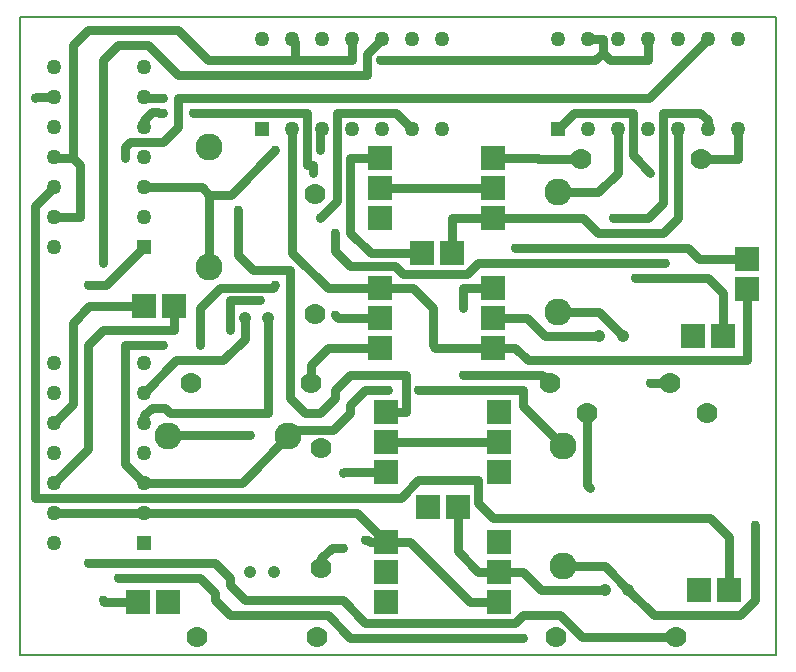
<source format=gbr>
G04 PROTEUS GERBER X2 FILE*
%TF.GenerationSoftware,Labcenter,Proteus,8.13-SP0-Build31525*%
%TF.CreationDate,2022-07-19T09:54:05+00:00*%
%TF.FileFunction,Copper,L2,Bot*%
%TF.FilePolarity,Positive*%
%TF.Part,Single*%
%TF.SameCoordinates,{6f39dd04-efa5-45c4-8082-559ce8106841}*%
%FSLAX45Y45*%
%MOMM*%
G01*
%TA.AperFunction,Conductor*%
%ADD10C,0.762000*%
%TA.AperFunction,ViaPad*%
%ADD11C,0.762000*%
%TA.AperFunction,ComponentPad*%
%ADD12R,2.032000X2.032000*%
%ADD13C,1.778000*%
%ADD14C,2.286000*%
%ADD15C,1.050000*%
%TA.AperFunction,ComponentPad*%
%ADD16R,1.270000X1.270000*%
%ADD17C,1.270000*%
%TA.AperFunction,Profile*%
%ADD18C,0.203200*%
%TD.AperFunction*%
D10*
X-7239000Y+8128000D02*
X-7262600Y+8104400D01*
X-7707100Y+8104400D01*
X-7874000Y+7937500D01*
X-7874000Y+7620000D01*
X-3326000Y+9450000D02*
X-3326000Y+9200000D01*
X-3634000Y+9200000D01*
X-4650000Y+9200000D02*
X-5012500Y+9200000D01*
X-5016500Y+9204000D01*
X-5400000Y+9204000D01*
X-5651500Y+7366000D02*
X-4982000Y+7366000D01*
X-4916000Y+7300000D01*
X-5651500Y+7937500D02*
X-5651500Y+8108000D01*
X-5400000Y+8108000D01*
X-4064000Y+9080500D02*
X-4215000Y+9231500D01*
X-4215000Y+9588500D01*
X-4711500Y+9588500D01*
X-4850000Y+9450000D01*
X-4064000Y+7302500D02*
X-4061500Y+7300000D01*
X-3900000Y+7300000D01*
X-6350000Y+7596000D02*
X-6794500Y+7596000D01*
X-6934000Y+7456500D01*
X-6934000Y+7300000D01*
X-6000000Y+8400000D02*
X-6431500Y+8400000D01*
X-6604000Y+8572500D01*
X-6604000Y+9204000D01*
X-6350000Y+9204000D01*
X-7302500Y+7048500D02*
X-8128000Y+7048500D01*
X-8172500Y+7093000D01*
X-8286500Y+7093000D01*
X-8350000Y+7029500D01*
X-8350000Y+6966000D01*
X-6350000Y+7850000D02*
X-6707000Y+7850000D01*
X-6731000Y+7874000D01*
X-7302500Y+7048500D02*
X-7302500Y+7175500D01*
X-7302500Y+7366000D01*
X-7300000Y+7368500D01*
X-7300000Y+7850000D01*
X-7500000Y+7850000D02*
X-7500000Y+7676500D01*
X-7683500Y+7493000D01*
X-8077000Y+7493000D01*
X-8350000Y+7220000D01*
X-4508500Y+8572500D02*
X-3961000Y+8572500D01*
X-3834000Y+8699500D01*
X-3834000Y+9450000D01*
X-5400000Y+8696000D02*
X-5746000Y+8696000D01*
X-5746000Y+8400000D01*
X-5400000Y+8696000D02*
X-4632000Y+8696000D01*
X-4508500Y+8572500D01*
X-4500000Y+7700000D02*
X-4953000Y+7700000D01*
X-5107000Y+7854000D01*
X-5400000Y+7854000D01*
X-4300000Y+7700000D02*
X-4500000Y+7900000D01*
X-4850000Y+7900000D01*
X-4381500Y+8699500D02*
X-4088000Y+8699500D01*
X-3961000Y+8826500D01*
X-3961000Y+9588500D01*
X-3643500Y+9588500D01*
X-3580000Y+9525000D01*
X-3580000Y+9450000D01*
X-6667500Y+6540500D02*
X-6662000Y+6546000D01*
X-6300000Y+6546000D01*
X-6667500Y+5905500D02*
X-6761100Y+5905500D01*
X-6850000Y+5816600D01*
X-6850000Y+5734000D01*
X-4572000Y+6413500D02*
X-4600000Y+6441500D01*
X-4600000Y+7050000D01*
X-8826500Y+5778500D02*
X-7747000Y+5778500D01*
X-7620000Y+5651500D01*
X-7620000Y+5588000D01*
X-7493000Y+5461000D01*
X-6667500Y+5461000D01*
X-6477000Y+5270500D01*
X-5207000Y+5270500D01*
X-5143500Y+5334000D01*
X-4826000Y+5334000D01*
X-4642000Y+5150000D01*
X-3850000Y+5150000D01*
X-8826500Y+8128000D02*
X-8672000Y+8128000D01*
X-8350000Y+8450000D01*
X-7620000Y+7747000D02*
X-7620000Y+8001000D01*
X-7366000Y+8001000D01*
X-6300000Y+7054000D02*
X-6134500Y+7054000D01*
X-6134500Y+7366000D01*
X-6604000Y+7366000D01*
X-6731000Y+7239000D01*
X-6731000Y+7175500D01*
X-6858000Y+7048500D01*
X-6985000Y+7048500D01*
X-7112000Y+7175500D01*
X-7112000Y+8255000D01*
X-7429500Y+8255000D01*
X-7556500Y+8382000D01*
X-7556500Y+8763000D01*
X-7450000Y+6858000D02*
X-8142000Y+6858000D01*
X-8150000Y+6850000D01*
X-6858000Y+8699500D02*
X-6715000Y+8842500D01*
X-6715000Y+9588500D01*
X-6218500Y+9588500D01*
X-6080000Y+9450000D01*
X-5350000Y+5704000D02*
X-5143500Y+5704000D01*
X-4989500Y+5550000D01*
X-4450000Y+5550000D01*
X-5696000Y+6250000D02*
X-5696000Y+5875500D01*
X-5524500Y+5704000D01*
X-5350000Y+5704000D01*
X-8191500Y+9588500D02*
X-8225100Y+9588500D01*
X-8229600Y+9593000D01*
X-8286500Y+9593000D01*
X-8350000Y+9529500D01*
X-8350000Y+9466000D01*
X-4250000Y+5550000D02*
X-4450000Y+5750000D01*
X-4800000Y+5750000D01*
X-4250000Y+5550000D02*
X-4034000Y+5334000D01*
X-3302000Y+5334000D01*
X-3175000Y+5461000D01*
X-3175000Y+6096000D01*
X-6731000Y+8572500D02*
X-6731000Y+8416400D01*
X-6604000Y+8289400D01*
X-6223000Y+8289400D01*
X-6155850Y+8222250D01*
X-5620750Y+8222250D01*
X-5524500Y+8318500D01*
X-3937000Y+8318500D01*
X-7937500Y+9588500D02*
X-6969000Y+9588500D01*
X-6969000Y+9144000D01*
X-6921500Y+9144000D01*
X-6921500Y+9080500D01*
X-8191500Y+9715500D02*
X-8345500Y+9715500D01*
X-8350000Y+9720000D01*
X-7134000Y+6850000D02*
X-7526000Y+6458000D01*
X-8350000Y+6458000D01*
X-4850000Y+8916000D02*
X-4506500Y+8916000D01*
X-4342000Y+9080500D01*
X-4342000Y+9450000D01*
X-7800000Y+8894500D02*
X-7615500Y+8894500D01*
X-7239000Y+9271000D01*
X-6858000Y+9271000D02*
X-6858000Y+9434000D01*
X-6842000Y+9450000D01*
X-7800000Y+8284000D02*
X-7800000Y+8894500D01*
X-7863500Y+8958000D01*
X-8350000Y+8958000D01*
X-8350000Y+6458000D02*
X-8509000Y+6617000D01*
X-8509000Y+7620000D01*
X-8191500Y+7620000D01*
X-7134000Y+6850000D02*
X-7081600Y+6902400D01*
X-6750100Y+6902400D01*
X-6604000Y+7048500D01*
X-6604000Y+7112000D01*
X-6477000Y+7239000D01*
X-6286500Y+7239000D01*
X-4800000Y+6766000D02*
X-5143500Y+7109500D01*
X-5143500Y+7239000D01*
X-6032500Y+7239000D01*
X-5207000Y+8445500D02*
X-3746500Y+8445500D01*
X-3651000Y+8350000D01*
X-3250000Y+8350000D01*
X-5400000Y+8950000D02*
X-6350000Y+8950000D01*
X-5350000Y+6800000D02*
X-6300000Y+6800000D01*
X-8953500Y+9207500D02*
X-8953500Y+10160000D01*
X-8826500Y+10287000D01*
X-8064500Y+10287000D01*
X-7810500Y+10033000D01*
X-7070599Y+10033000D01*
X-6731000Y+10033000D02*
X-7070599Y+10033000D01*
X-7070599Y+10096500D02*
X-7070599Y+10033000D01*
X-5400000Y+7600000D02*
X-5207000Y+7600000D01*
X-5100000Y+7493000D01*
X-3250000Y+7493000D01*
X-3250000Y+8096000D01*
X-6350000Y+8104000D02*
X-6794500Y+8104000D01*
X-7096000Y+8405500D01*
X-7096000Y+9450000D01*
X-6300000Y+5954000D02*
X-6550000Y+6204000D01*
X-8350000Y+6204000D01*
X-6300000Y+5954000D02*
X-6096000Y+5954000D01*
X-5592000Y+5450000D01*
X-5350000Y+5450000D01*
X-6350000Y+8104000D02*
X-6072000Y+8104000D01*
X-5905500Y+7937500D01*
X-5905500Y+7620000D01*
X-9112000Y+8704000D02*
X-8890000Y+8704000D01*
X-8890000Y+9144000D01*
X-8953500Y+9207500D01*
X-6350000Y+10033000D02*
X-4532500Y+10033000D01*
X-4469000Y+10096500D01*
X-6588000Y+10212000D02*
X-6588000Y+10033000D01*
X-6731000Y+10033000D01*
X-5400000Y+7600000D02*
X-5885500Y+7600000D01*
X-5905500Y+7620000D01*
X-4596000Y+10212000D02*
X-4469000Y+10212000D01*
X-4469000Y+10096500D01*
X-4405500Y+10033000D01*
X-4088000Y+10033000D01*
X-4088000Y+10212000D01*
X-7070599Y+10096500D02*
X-7070599Y+10186599D01*
X-7096000Y+10212000D01*
X-8953500Y+9207500D02*
X-9107500Y+9207500D01*
X-9112000Y+9212000D01*
X-8350000Y+6204000D02*
X-9112000Y+6204000D01*
X-6300000Y+5954000D02*
X-6438900Y+5954000D01*
X-6453900Y+5969000D01*
X-6477000Y+5969000D01*
X-9112000Y+6966000D02*
X-8953500Y+7124500D01*
X-8953500Y+7810500D01*
X-8814000Y+7950000D01*
X-8354000Y+7950000D01*
X-9112000Y+6458000D02*
X-8826500Y+6743500D01*
X-8826500Y+7620000D01*
X-8699500Y+7747000D01*
X-8100000Y+7747000D01*
X-8100000Y+7950000D01*
X-4191000Y+8191500D02*
X-3573000Y+8191500D01*
X-3446000Y+8064500D01*
X-3446000Y+7700000D01*
X-8699500Y+8318500D02*
X-8699500Y+10033000D01*
X-8572500Y+10160000D01*
X-8318500Y+10160000D01*
X-8064500Y+9906000D01*
X-6461000Y+9906000D01*
X-6461000Y+10085000D01*
X-6334000Y+10212000D01*
X-8699500Y+5461000D02*
X-8688500Y+5450000D01*
X-8404000Y+5450000D01*
X-5143500Y+5143500D02*
X-6604000Y+5143500D01*
X-6794500Y+5334000D01*
X-7620000Y+5334000D01*
X-7747000Y+5461000D01*
X-7747000Y+5524500D01*
X-7874000Y+5651500D01*
X-8572500Y+5651500D01*
X-9112000Y+8958000D02*
X-9271000Y+8799000D01*
X-9271000Y+6331000D01*
X-6178500Y+6331000D01*
X-6032500Y+6477000D01*
X-5524500Y+6477000D01*
X-5524500Y+6286500D01*
X-5397500Y+6159500D01*
X-3556000Y+6159500D01*
X-3396000Y+5999500D01*
X-3396000Y+5550000D01*
X-5270500Y+9715500D02*
X-8064500Y+9715500D01*
X-8064500Y+9466000D01*
X-8191500Y+9339000D01*
X-8470900Y+9339000D01*
X-8509000Y+9300900D01*
X-8509000Y+9207500D01*
X-9112000Y+9720000D02*
X-9266500Y+9720000D01*
X-9271000Y+9715500D01*
X-5270500Y+9715500D02*
X-4076500Y+9715500D01*
X-3580000Y+10212000D01*
D11*
X-7874000Y+7620000D03*
X-7239000Y+8128000D03*
X-5651500Y+7366000D03*
X-5651500Y+7937500D03*
X-4064000Y+9080500D03*
X-4064000Y+7302500D03*
X-6731000Y+7874000D03*
X-7302500Y+7175500D03*
X-4508500Y+8572500D03*
X-4381500Y+8699500D03*
X-6667500Y+6540500D03*
X-6667500Y+5905500D03*
X-4572000Y+6413500D03*
X-8826500Y+5778500D03*
X-8826500Y+8128000D03*
X-7366000Y+8001000D03*
X-7620000Y+7747000D03*
X-7556500Y+8763000D03*
X-6858000Y+8699500D03*
X-7450000Y+6858000D03*
X-8191500Y+9588500D03*
X-3175000Y+6096000D03*
X-3937000Y+8318500D03*
X-6731000Y+8572500D03*
X-6921500Y+9080500D03*
X-7937500Y+9588500D03*
X-8191500Y+9715500D03*
X-7239000Y+9271000D03*
X-6858000Y+9271000D03*
X-8191500Y+7620000D03*
X-6286500Y+7239000D03*
X-6032500Y+7239000D03*
X-5207000Y+8445500D03*
X-6350000Y+10033000D03*
X-6477000Y+5969000D03*
X-5905500Y+7620000D03*
X-4191000Y+8191500D03*
X-8699500Y+8318500D03*
X-8699500Y+5461000D03*
X-8572500Y+5651500D03*
X-5143500Y+5143500D03*
X-8509000Y+9207500D03*
X-5270500Y+9715500D03*
X-9271000Y+9715500D03*
D12*
X-6000000Y+8400000D03*
X-5746000Y+8400000D03*
X-6350000Y+8696000D03*
X-6350000Y+8950000D03*
X-6350000Y+9204000D03*
X-6350000Y+7596000D03*
X-6350000Y+7850000D03*
X-6350000Y+8104000D03*
X-5400000Y+8108000D03*
X-5400000Y+7854000D03*
X-5400000Y+7600000D03*
X-5400000Y+9204000D03*
X-5400000Y+8950000D03*
X-5400000Y+8696000D03*
D13*
X-6900000Y+8900000D03*
X-6900000Y+7884000D03*
D14*
X-7800000Y+8284000D03*
X-7800000Y+9300000D03*
D13*
X-7950000Y+7300000D03*
X-6934000Y+7300000D03*
X-3634000Y+9200000D03*
X-4650000Y+9200000D03*
X-4916000Y+7300000D03*
X-3900000Y+7300000D03*
D15*
X-7500000Y+7850000D03*
X-7300000Y+7850000D03*
X-4300000Y+7700000D03*
X-4500000Y+7700000D03*
D14*
X-4850000Y+8916000D03*
X-4850000Y+7900000D03*
D12*
X-8354000Y+7950000D03*
X-8100000Y+7950000D03*
X-3700000Y+7700000D03*
X-3446000Y+7700000D03*
X-3250000Y+8350000D03*
X-3250000Y+8096000D03*
X-5950000Y+6250000D03*
X-5696000Y+6250000D03*
X-6300000Y+6546000D03*
X-6300000Y+6800000D03*
X-6300000Y+7054000D03*
X-6300000Y+5446000D03*
X-6300000Y+5700000D03*
X-6300000Y+5954000D03*
X-5350000Y+5958000D03*
X-5350000Y+5704000D03*
X-5350000Y+5450000D03*
X-5350000Y+7054000D03*
X-5350000Y+6800000D03*
X-5350000Y+6546000D03*
D13*
X-6850000Y+6750000D03*
X-6850000Y+5734000D03*
D14*
X-7134000Y+6850000D03*
X-8150000Y+6850000D03*
D13*
X-7900000Y+5150000D03*
X-6884000Y+5150000D03*
X-3584000Y+7050000D03*
X-4600000Y+7050000D03*
X-4866000Y+5150000D03*
X-3850000Y+5150000D03*
D15*
X-7450000Y+5700000D03*
X-7250000Y+5700000D03*
X-4250000Y+5550000D03*
X-4450000Y+5550000D03*
D14*
X-4800000Y+6766000D03*
X-4800000Y+5750000D03*
D12*
X-8404000Y+5450000D03*
X-8150000Y+5450000D03*
X-3650000Y+5550000D03*
X-3396000Y+5550000D03*
D16*
X-8350000Y+5950000D03*
D17*
X-8350000Y+6204000D03*
X-8350000Y+6458000D03*
X-8350000Y+6712000D03*
X-8350000Y+6966000D03*
X-8350000Y+7220000D03*
X-8350000Y+7474000D03*
X-9112000Y+7474000D03*
X-9112000Y+7220000D03*
X-9112000Y+6966000D03*
X-9112000Y+6712000D03*
X-9112000Y+6458000D03*
X-9112000Y+6204000D03*
X-9112000Y+5950000D03*
D16*
X-4850000Y+9450000D03*
D17*
X-4596000Y+9450000D03*
X-4342000Y+9450000D03*
X-4088000Y+9450000D03*
X-3834000Y+9450000D03*
X-3580000Y+9450000D03*
X-3326000Y+9450000D03*
X-3326000Y+10212000D03*
X-3580000Y+10212000D03*
X-3834000Y+10212000D03*
X-4088000Y+10212000D03*
X-4342000Y+10212000D03*
X-4596000Y+10212000D03*
X-4850000Y+10212000D03*
D16*
X-7350000Y+9450000D03*
D17*
X-7096000Y+9450000D03*
X-6842000Y+9450000D03*
X-6588000Y+9450000D03*
X-6334000Y+9450000D03*
X-6080000Y+9450000D03*
X-5826000Y+9450000D03*
X-5826000Y+10212000D03*
X-6080000Y+10212000D03*
X-6334000Y+10212000D03*
X-6588000Y+10212000D03*
X-6842000Y+10212000D03*
X-7096000Y+10212000D03*
X-7350000Y+10212000D03*
D16*
X-8350000Y+8450000D03*
D17*
X-8350000Y+8704000D03*
X-8350000Y+8958000D03*
X-8350000Y+9212000D03*
X-8350000Y+9466000D03*
X-8350000Y+9720000D03*
X-8350000Y+9974000D03*
X-9112000Y+9974000D03*
X-9112000Y+9720000D03*
X-9112000Y+9466000D03*
X-9112000Y+9212000D03*
X-9112000Y+8958000D03*
X-9112000Y+8704000D03*
X-9112000Y+8450000D03*
D18*
X-9400000Y+5000000D02*
X-3000000Y+5000000D01*
X-3000000Y+10400000D01*
X-9400000Y+10400000D01*
X-9400000Y+5000000D01*
M02*

</source>
